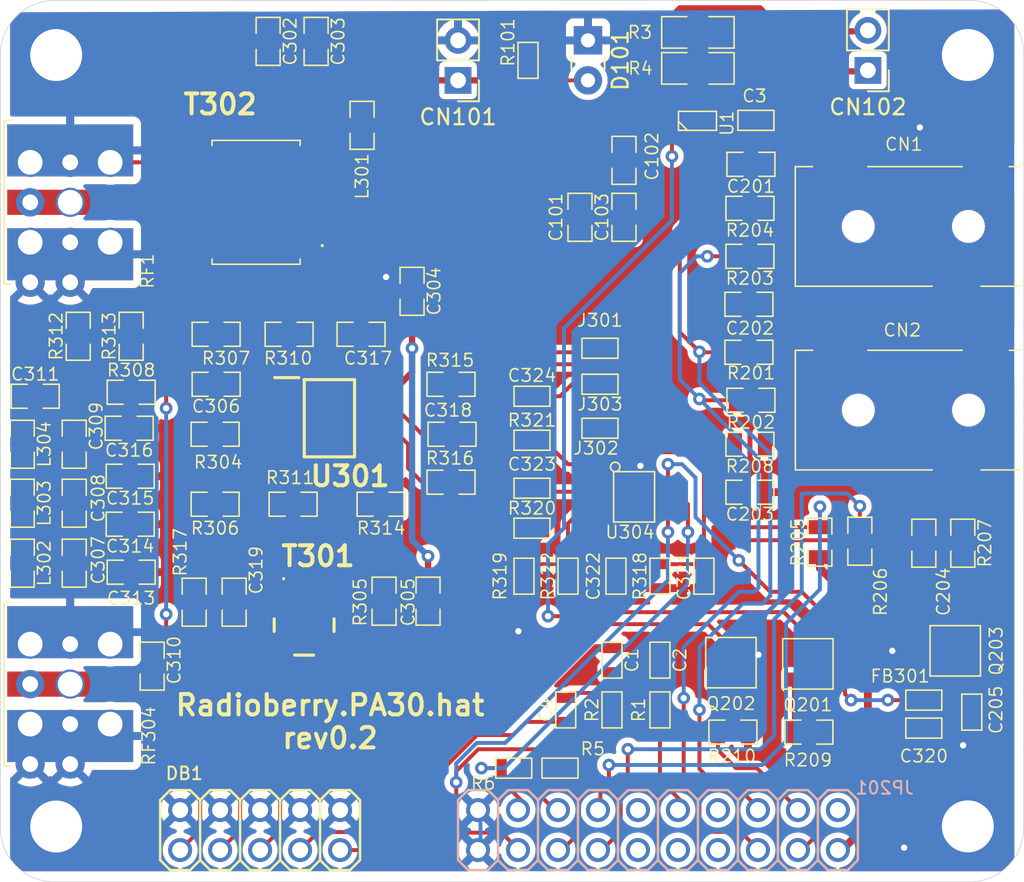
<source format=kicad_pcb>
(kicad_pcb (version 20221018) (generator pcbnew)
  (layers (0 "F.Cu" signal) (31 "B.Cu" signal) (34 "B.Paste" user) (35 "F.Paste" user) (36 "B.SilkS" user "B.Silkscreen") (37 "F.SilkS" user "F.Silkscreen") (38 "B.Mask" user) (39 "F.Mask" user) (44 "Edge.Cuts" user))
  (net 0 "")
  (net 1 "Net-(T301-PM)")
  (net 2 "GND")
  (net 3 "Net-(T301-S1)")
  (net 4 "SDA")
  (net 5 "SCL")
  (net 6 "Net-(JP201-Pad15)")
  (net 7 "Net-(JP201-Pad16)")
  (net 8 "ptt")
  (net 9 "key")
  (net 12 "Net-(JP201-Pad10)")
  (net 16 "dot")
  (net 17 "dash")
  (net 18 "rb_exttr")
  (net 19 "rb_inttr")
  (net 21 "+3V3")
  (net 22 "Net-(C306-Pad2)")
  (net 23 "+12VA")
  (net 24 "Net-(C318-Pad2)")
  (net 25 "EXTTR")
  (net 26 "Net-(CN102-P1)")
  (net 27 "/Control/Vtemp")
  (net 28 "INTTR")
  (net 29 "+12V")
  (net 30 "Net-(C318-Pad1)")
  (net 31 "Net-(C307-Pad1)")
  (net 32 "Net-(C307-Pad2)")
  (net 33 "Net-(C308-Pad2)")
  (net 34 "Net-(C309-Pad2)")
  (net 35 "Net-(C306-Pad1)")
  (net 36 "Net-(T302-PRIMARY_DOT)")
  (net 37 "Net-(C311-Pad1)")
  (net 38 "Net-(C317-Pad1)")
  (net 39 "Net-(T302-PRIMARY)")
  (net 40 "Net-(CN1-R)")
  (net 41 "Net-(CN1-T)")
  (net 42 "Net-(CN2-R)")
  (net 43 "Net-(CN2-T)")
  (net 44 "Net-(RF304-In)")
  (net 45 "Net-(C1-Pad1)")
  (net 46 "Net-(C2-Pad1)")
  (net 47 "/Control/Sidetone")
  (net 48 "Net-(U304-Vdd)")
  (net 49 "Net-(U304-AIN3)")
  (net 50 "Net-(U304-AIN2)")
  (net 51 "Net-(U304-AIN1)")
  (net 52 "Net-(U304-AIN0)")
  (net 53 "/Control/Vrev")
  (net 54 "/Control/Vfwd")
  (net 55 "Vipa")
  (net 56 "Net-(RF1-In)")
  (net 59 "Net-(T301-PR1)")
  (net 60 "Net-(T301-PR2)")
  (net 61 "Net-(U301A--)")
  (net 62 "Net-(U301A-+)")
  (net 63 "Net-(U301B-+)")
  (net 64 "Net-(U301B--)")
  (net 65 "Net-(CN102-P2)")
  (net 66 "Net-(D101-A)")
  (footprint "HERMESLITE:SMD-0603" (layer "F.Cu") (at 161.036 111.506 -90)
    (fp_text reference "C321")
    (fp_text value "4.7nF" hide)
  )
  (footprint "HERMESLITE:SMD-0805" (layer "F.Cu") (at 134.9375 106.934)
    (fp_text reference "R311")
    (fp_text value "200" hide)
  )
  (footprint "HERMESLITE:SMD-0603" (layer "F.Cu") (at 154.432 99.314)
    (fp_text reference "J303")
    (fp_text value "JNC" hide)
  )
  (footprint "HERMESLITE:m3" (layer "F.Cu") (at 177.8 127.4)
    (fp_text reference "MH4" hide)
    (fp_text value "DNI" hide)
  )
  (footprint "HERMESLITE:SMD-1206" (layer "F.Cu") (at 160.652 79.248 180)
    (fp_text reference "R4")
    (fp_text value "0.04" hide)
  )
  (footprint "HERMESLITE:CWJACK2" (layer "F.Cu") (at 177.843 100.957 180)
    (fp_text reference "CN2")
    (fp_text value "SJ-3523-SMT-TR")
  )
  (footprint "HERMESLITE:SMD-0805" (layer "F.Cu") (at 140.716 113.0935 90)
    (fp_text reference "R305")
    (fp_text value "1K" hide)
  )
  (footprint "HERMESLITE:SMD-0603" (layer "F.Cu") (at 150.114 100.076 180)
    (fp_text reference "C324")
    (fp_text value "4.7nF" hide)
  )
  (footprint "HERMESLITE:SMD-0805" (layer "F.Cu") (at 124.6505 111.252)
    (fp_text reference "C313")
    (fp_text value "82pF" hide)
  )
  (footprint "HERMESLITE:SMD-0805" (layer "F.Cu") (at 177.4825 109.4105 90)
    (fp_text reference "R207")
    (fp_text value "100" hide)
  )
  (footprint "HERMESLITE:SMD-0805" (layer "F.Cu") (at 121.285 96.266 -90)
    (fp_text reference "R312")
    (fp_text value "0" hide)
  )
  (footprint "HERMESLITE:SMD-0805" (layer "F.Cu") (at 131.191 113.157 90)
    (fp_text reference "C319")
    (fp_text value "0.1uF" hide)
  )
  (footprint "tc4-1t:TC41T" (layer "F.Cu") (at 135.636 114.62)
    (fp_text reference "T301")
    (fp_text value "TC4-1T" hide)
  )
  (footprint "HERMESLITE:PE4259" (layer "F.Cu") (at 159.99 83.566)
    (fp_text reference "U1")
    (fp_text value "INA199A1DC" hide)
  )
  (footprint "HERMESLITE:SMD-0603" (layer "F.Cu") (at 175.006 121.158)
    (fp_text reference "C320")
    (fp_text value "0.1uF" hide)
  )
  (footprint "HERMESLITE:SMD-0805" (layer "F.Cu") (at 167.7035 121.412 180)
    (fp_text reference "R209")
    (fp_text value "4.7K" hide)
  )
  (footprint "HERMESLITE:SMD-0805" (layer "F.Cu") (at 164.0205 100.33)
    (fp_text reference "R202")
    (fp_text value "2.2K" hide)
  )
  (footprint "HERMESLITE:SMD-0805" (layer "F.Cu") (at 163.957 91.186)
    (fp_text reference "R203")
    (fp_text value "100" hide)
  )
  (footprint "HERMESLITE:SOT23_3" (layer "F.Cu") (at 167.64 118.078)
    (fp_text reference "Q201")
    (fp_text value "NUD3124")
  )
  (footprint "HERMESLITE:SMAEDGE_THFULL_L" (layer "F.Cu") (at 120.777 118.364 90)
    (fp_text reference "RF304")
    (fp_text value "SMA" hide)
  )
  (footprint "HERMESLITE:SMAEDGE_THFULL_L" (layer "F.Cu") (at 120.777 87.757 90)
    (fp_text reference "RF1")
    (fp_text value "SMA" hide)
  )
  (footprint "HERMESLITE:SMD-0805" (layer "F.Cu") (at 129.9845 106.934 180)
    (fp_text reference "R306")
    (fp_text value "12" hide)
  )
  (footprint "LED_THT:LED_Rectangular_W3.0mm_H2.0mm" (layer "F.Cu") (at 153.67 77.47 -90)
    (fp_text reference "D101")
    (fp_text value "LED")
  )
  (footprint "HERMESLITE:SMD-0805" (layer "F.Cu") (at 124.587 105.156)
    (fp_text reference "C315")
    (fp_text value "100pF" hide)
  )
  (footprint "HERMESLITE:SMD-0603" (layer "F.Cu") (at 154.432 102.108)
    (fp_text reference "J302")
    (fp_text value "JNC" hide)
  )
  (footprint "HERMESLITE:SMD-0805" (layer "F.Cu") (at 121.031 106.8705 90)
    (fp_text reference "C308")
    (fp_text value "30pF" hide)
  )
  (footprint "RB:PINHEAD_2X5" (layer "F.Cu") (at 134.112 127.635)
    (fp_text reference "DB1")
    (fp_text value "IO10" hide)
  )
  (footprint "HERMESLITE:m3" (layer "F.Cu") (at 177.8 78.4)
    (fp_text reference "MH2" hide)
    (fp_text value "DNI" hide)
  )
  (footprint "HERMESLITE:SMD-0805" (layer "F.Cu") (at 125.984 117.221 -90)
    (fp_text reference "C310")
    (fp_text value "0.1uF" hide)
  )
  (footprint "HERMESLITE:SMD-0805" (layer "F.Cu") (at 175.006 109.4105 90)
    (fp_text reference "C204")
    (fp_text value "1uF" hide)
  )
  (footprint "HERMESLITE:SOT23_3" (layer "F.Cu") (at 178 116.25 90)
    (fp_text reference "Q203")
    (fp_text value "MCP9700")
  )
  (footprint "HERMESLITE:MAX11613" (layer "F.Cu") (at 156.6 106.467 -90)
    (fp_text reference "U304")
    (fp_text value "MAX11613")
  )
  (footprint "HERMESLITE:SMD-0805" (layer "F.Cu") (at 143.51 113.0935 -90)
    (fp_text reference "C305")
    (fp_text value "0.1uF" hide)
  )
  (footprint "HERMESLITE:SMD-0603" (layer "F.Cu") (at 164.338 82.55)
    (fp_text reference "C3")
    (fp_text value "0.1uF" hide)
  )
  (footprint "HERMESLITE:SMD-0805" (layer "F.Cu") (at 124.6505 99.822 180)
    (fp_text reference "R308")
    (fp_text value "0" hide)
  )
  (footprint "HERMESLITE:SMD-0603" (layer "F.Cu") (at 151.892 123.7 180)
    (fp_text reference "R5")
    (fp_text value "0" hide)
  )
  (footprint "HERMESLITE:SMD-0603" (layer "F.Cu") (at 148.954 123.7)
    (fp_text reference "R6")
    (fp_text value "0" hide)
  )
  (footprint "HERMESLITE:SMD-0805" (layer "F.Cu") (at 117.729 110.6805 90)
    (fp_text reference "L302")
    (fp_text value "160nH" hide)
  )
  (footprint "HERMESLITE:SMD-0805" (layer "F.Cu") (at 133.35 77.5335 90)
    (fp_text reference "C302")
    (fp_text value "0.1uF" hide)
  )
  (footprint "HERMESLITE:SMD-0603" (layer "F.Cu") (at 149.86 78.74 90)
    (fp_text reference "R101")
    (fp_text value "1.8k" hide)
  )
  (footprint "HERMESLITE:SMD-0805" (layer "F.Cu") (at 145.034 102.489 180)
    (fp_text reference "C318")
    (fp_text value "0.1uF" hide)
  )
  (footprint "HERMESLITE:SMD-0805" (layer "F.Cu") (at 136.398 77.5335 90)
    (fp_text reference "C303")
    (fp_text value "0.1uF" hide)
  )
  (footprint "HERMESLITE:SMD-0805" (layer "F.Cu") (at 153.162 88.7095 -90)
    (fp_text reference "C101")
    (fp_text value "10pF" hide)
  )
  (footprint "HERMESLITE:SMD-0805" (layer "F.Cu") (at 155.956 88.7095 -90)
    (fp_text reference "C103")
    (fp_text value "10uF" hide)
  )
  (footprint "HERMESLITE:SMD-0805" (layer "F.Cu") (at 163.957 88.138)
    (fp_text reference "R204")
    (fp_text value "100" hide)
  )
  (footprint "HERMESLITE:SMD-0805" (layer "F.Cu") (at 134.6835 96.139 180)
    (fp_text reference "R310")
    (fp_text value "300" hide)
  )
  (footprint "HERMESLITE:SMD-0805" (layer "F.Cu") (at 121.031 103.124 90)
    (fp_text reference "C309")
    (fp_text value "20pF" hide)
  )
  (footprint "HERMESLITE:SMD-0603" (layer "F.Cu") (at 178.054 120.142 -90)
    (fp_text reference "C205")
    (fp_text value "0.1uF" hide)
  )
  (footprint "HERMESLITE:SMD-0805" (layer "F.Cu") (at 139.2555 96.139)
    (fp_text reference "C317")
    (fp_text value "0.1uF" hide)
  )
  (footprint "HERMESLITE:SMD-0805" (layer "F.Cu") (at 128.651 113.157 -90)
    (fp_text reference "R317")
    (fp_text value "1K" hide)
  )
  (footprint "HERMESLITE:SMD-0805" (layer "F.Cu") (at 121.031 110.6805 90)
    (fp_text reference "C307")
    (fp_text value "5.6pF" hide)
  )
  (footprint "HERMESLITE:SMD-0603" (layer "F.Cu") (at 154.432 97.028 180)
    (fp_text reference "J301")
    (fp_text value "JNC" hide)
  )
  (footprint "HERMESLITE:SMD-0805" (layer "F.Cu") (at 130.048 96.139)
    (fp_text reference "R307")
    (fp_text value "4R99" hide)
  )
  (footprint "HERMESLITE:SMD-1206" (layer "F.Cu") (at 160.652 76.962 180)
    (fp_text reference "R3")
    (fp_text value "0.04" hide)
  )
  (footprint "OPA2674:SOIC127P600X175-8N" (layer "F.Cu") (at 137.243 101.473)
    (fp_text reference "U301")
    (fp_text value "OPA2674" hide)
  )
  (footprint "HERMESLITE:SMD-0805" (layer "F.Cu") (at 163.8935 94.234 180)
    (fp_text reference "C202")
    (fp_text value "1uF" hide)
  )
  (footprint "HERMESLITE:SMD-0603" (layer "F.Cu") (at 158.242 111.506 90)
    (fp_text reference "R318")
    (fp_text value "1K" hide)
  )
  (footprint "Connector_PinHeader_2.54mm:PinHeader_1x02_P2.54mm_Vertical" (layer "F.Cu") (at 145.415 80.01 180)
    (fp_text reference "CN101")
    (fp_text value "PS" hide)
  )
  (footprint "HERMESLITE:SMD-0603" (layer "F.Cu") (at 152.258 120.002 -90)
    (fp_text reference "C4")
    (fp_text value "104" hide)
  )
  (footprint "HERMESLITE:CWJACK2" (layer "F.Cu") (at 177.838 89.289 180)
    (fp_text reference "CN1")
    (fp_text value "SJ-3523-SMT-TR" hide)
  )
  (footprint "HERMESLITE:SMD-0603" (layer "F.Cu") (at 150.114 102.87)
    (fp_text reference "R321")
    (fp_text value "1K" hide)
  )
  (footprint "HERMESLITE:SMD-0805" (layer "F.Cu") (at 118.5545 100.076 180)
    (fp_text reference "C311")
    (fp_text value "0.1uF" hide)
  )
  (footprint "HERMESLITE:SMD-0805" (layer "F.Cu") (at 163.8935 97.282)
    (fp_text reference "R201")
    (fp_text value "2.2K" hide)
  )
  (footprint "HERMESLITE:SMD-0805" (layer "F.Cu") (at 124.6505 96.266 -90)
    (fp_text reference "R313")
    (fp_text value "0" hide)
  )
  (footprint "HERMESLITE:SMD-0603" (layer "F.Cu") (at 175.006 119.38 180)
    (fp_text reference "FB301")
    (fp_text value "FB" hide)
  )
  (footprint "HERMESLITE:SMD-0805" (layer "F.Cu") (at 117.729 103.124 90)
    (fp_text reference "L304")
    (fp_text value "130nH" hide)
  )
  (footprint "Connector_PinHeader_2.54mm:PinHeader_1x02_P2.54mm_Vertical" (layer "F.Cu") (at 171.45 79.375 180)
    (fp_text reference "CN102")
    (fp_text value "PS" hide)
  )
  (footprint "HERMESLITE:SMD-0603" (layer "F.Cu") (at 150.114 105.918 180)
    (fp_text reference "C323")
    (fp_text value "4.7nF" hide)
  )
  (footprint "HERMESLITE:SMD-0805" (layer "F.Cu") (at 129.9845 102.489 180)
    (fp_text reference "R304")
    (fp_text value "510" hide)
  )
  (footprint "HERMESLITE:SMD-0805" (layer "F.Cu") (at 144.9705 99.314 180)
    (fp_text reference "R315")
    (fp_text value "4R99" hide)
  )
  (footprint "HERMESLITE:m3" (layer "F.Cu") (at 119.888 78.4)
    (fp_text reference "MH1" hide)
    (fp_text value "DNI" hide)
  )
  (footprint "HERMESLITE:m3" (layer "F.Cu") (at 119.888 127.41)
    (fp_text reference "MH3" hide)
    (fp_text value "DNI" hide)
  )
  (footprint "HERMESLITE:SMD-0603" (layer "F.Cu") (at 155.448 111.506 -90)
    (fp_text reference "C322")
    (fp_text value "4.7nF" hide)
  )
  (footprint "HERMESLITE:SMD-0805" (layer "F.Cu") (at 142.494 93.4085 90)
    (fp_text reference "C304")
    (fp_text value "0.1uF" hide)
  )
  (footprint "HERMESLITE:SMD-0805" (layer "F.Cu") (at 170.942 109.2835 -90)
    (fp_text reference "R206")
    (fp_text value "2.2K" hide)
  )
  (footprint "HERMESLITE:SMD-0805" (layer "F.Cu") (at 124.5235 102.108)
    (fp_text reference "C316")
    (fp_text value "68pF" hide)
  )
  (footprint "HERMESLITE:SMD-0805" (layer "F.Cu") (at 162.8775 121.412 180)
    (fp_text reference "R210")
    (fp_text value "4.7K" hide)
  )
  (footprint "HERMESLITE:SMD-0603" (layer "F.Cu") (at 158.242 116.84 90)
    (fp_text reference "C2")
    (fp_text value "104" hide)
  )
  (footprint "HERMESLITE:SMD-0805" (layer "F.Cu") (at 140.5255 106.934)
    (fp_text reference "R314")
    (fp_text value "12" hide)
  )
  (footprint "HERMESLITE:SMD-0805" (layer "F.Cu") (at 164.0205 85.344)
    (fp_text reference "C201")
    (fp_text value "1uF" hide)
  )
  (footprint "HERMESLITE:SMD-0805" (layer "F.Cu") (at 117.729 106.8705 90)
    (fp_text reference "L303")
    (fp_text value "130nH" hide)
  )
  (footprint "HERMESLITE:SMD-0805" (layer "F.Cu") (at 124.587 108.204)
    (fp_text reference "C314")
    (fp_text value "110pF" hide)
  )
  (footprint "HERMESLITE:SOT23_3" (layer "F.Cu") (at 162.75 118)
    (fp_text reference "Q202")
    (fp_text value "NUD3124")
  )
  (footprint "HERMESLITE:SMD-0603" (layer "F.Cu") (at 155.194 120.002 -90)
    (fp_text reference "R2")
    (fp_text value "560" hide)
  )
  (footprint "HERMESLITE:SMD-0805" (layer "F.Cu") (at 144.9705 105.537 180)
    (fp_text reference "R316")
    (fp_text value "510" hide)
  )
  (footprint "HERMESLITE:SMD-0603" (layer "F.Cu") (at 158.242 120.002 -90)
    (fp_text reference "R1")
    (fp_text value "560" hide)
  )
  (footprint "HERMESLITE:SMD-0805" (layer "F.Cu") (at 168.402 109.347 -90)
    (fp_text reference "R205")
    (fp_text value "2.2K" hide)
  )
  (footprint "HERMESLITE:SMD-0805" (layer "F.Cu") (at 163.957 103.124)
    (fp_text reference "R208")
    (fp_text value "100" hide)
  )
  (footprint "HERMESLITE:SMD-0603" (layer "F.Cu") (at 150.114 108.458)
    (fp_text reference "R320")
    (fp_text value "1K" hide)
  )
  (footprint "HERMESLITE:SMD-0603" (layer "F.Cu") (at 149.606 111.506 90)
    (fp_text reference "R319")
    (fp_text value "1K" hide)
  )
  (footprint "HERMESLITE:SMD-0805" (layer "F.Cu") (at 163.957 106.172)
    (fp_text reference "C203")
    (fp_text value "1uF" hide)
  )
  (footprint "HERMESLITE:SMD-0603" (layer "F.Cu") (at 152.4 111.506 -90)
    (fp_text reference "R322")
    (fp_text value "270" hide)
  )
  (footprint "HERMESLITE:SMD-0805" (layer "F.Cu") (at 139.319 82.8675 -90)
    (fp_text reference "L301")
    (fp_text value "L_Small" hide)
  )
  (footprint "ADT1.5-1+:ADT151" (layer "F.Cu") (at 132.588 87.757 90)
    (fp_text reference "T302")
    (fp_text value "ADT1.5-1+" hide)
  )
  (footprint "HERMESLITE:SMD-0603" (layer "F.Cu") (at 155.194 116.84 90)
    (fp_text reference "C1")
    (fp_text value "104" hide)
  )
  (footprint "HERMESLITE:SMD-0805" (layer "F.Cu") (at 130.048 99.314)
    (fp_text reference "C306")
    (fp_text value "0.1uF" hide)
  )
  (footprint "HERMESLITE:SMD-0805" (layer "F.Cu") (at 155.956 85.09 -90)
    (fp_text reference "C102")
    (fp_text value "100pF" hide)
  )
  (footprint "pin2x10:PINHEAD_2X10" (layer "B.Cu") (at 158.115 127.635 180)
    (fp_text reference "JP201")
    (fp_text value "FEMALE_PINHEAD_PINHD-2X10" hide)
  )
  (gr_line (start 181.356 78.359) (end 181.356 89.408) (stroke (width 0.05)) (layer "Edge.Cuts"))
  (gr_line (start 181.356 89.408) (end 181.344331 127.496331) (stroke (width 0.05)) (layer "Edge.Cuts"))
  (gr_arc (start 181.344331 127.496331) (mid 180.34 129.921) (end 177.915331 130.925331) (stroke (width 0.05)) (layer "Edge.Cuts"))
  (gr_arc (start 119.772669 130.925331) (mid 117.348 129.921) (end 116.343669 127.496331) (stroke (width 0.05)) (layer "Edge.Cuts"))
  (gr_line (start 177.915331 130.925331) (end 119.772669 130.925331) (stroke (width 0.05)) (layer "Edge.Cuts"))
  (gr_arc (start 116.343669 78.370669) (mid 117.348 75.946) (end 119.772669 74.941669) (stroke (width 0.05)) (layer "Edge.Cuts"))
  (gr_line (start 116.343669 127.496331) (end 116.343669 78.370669) (stroke (width 0.05)) (layer "Edge.Cuts"))
  (gr_arc (start 178.053913 74.932349) (mid 180.396132 75.979624) (end 181.356 78.359) (stroke (width 0.05)) (layer "Edge.Cuts"))
  (gr_line (start 119.772669 74.941669) (end 178.054 74.93) (stroke (width 0.05)) (layer "Edge.Cuts"))
  (gr_text "Radioberry.PA30.hat\nrev0.2" (at 137.287 122.555) (layer "F.SilkS") (effects (font (size 1.3 1.3) (thickness 0.25) bold) (justify bottom)))
  (segment (start 138.684 114.808) (end 139.446 114.046) (width 0.25) (layer "F.Cu") (net 1))
  (segment (start 135.636 114.554) (end 135.636 113.03) (width 0.25) (layer "F.Cu") (net 1))
  (segment (start 132.334 114.173) (end 132.2705 114.1095) (width 0.25) (layer "F.Cu") (net 1))
  (segment (start 135.636 114.554) (end 135.89 114.808) (width 0.25) (layer "F.Cu") (net 1))
  (segment (start 135.382 114.808) (end 135.636 114.554) (width 0.25) (layer "F.Cu") (net 1))
  (segment (start 132.2705 114.1095) (end 128.27 114.1095) (width 0.25) (layer "F.Cu") (net 1))
  (segment (start 139.446 114.046) (end 140.716 114.046) (width 0.25) (layer "F.Cu") (net 1))
  (segment (start 132.969 114.808) (end 135.382 114.808) (width 0.25) (layer "F.Cu") (net 1))
  (segment (start 132.334 114.173) (end 132.969 114.808) (width 0.25) (layer "F.Cu") (net 1))
  (segment (start 135.89 114.808) (end 138.684 114.808) (width 0.25) (layer "F.Cu") (net 1))
  (segment (start 175.1 127.4) (end 177.8 127.4) (width 0.25) (layer "F.Cu") (net 2))
  (segment (start 120.777 85.217) (end 125.093 85.217) (width 0.25) (layer "F.Cu") (net 2))
  (segment (start 178.054 120.904) (end 178.054 121.946) (width 0.25) (layer "F.Cu") (net 2))
  (segment (start 120.777 85.215) (end 125.095 85.215) (width 0.25) (layer "F.Cu") (net 2))
  (segment (start 142.494 92.456) (end 140.97 92.456) (width 0.25) (layer "F.Cu") (net 2))
  (segment (start 178.054 121.946) (end 177.75 122.25) (width 0.25) (layer "F.Cu") (net 2))
  (segment (start 163.7 118) (end 163.7 117.3) (width 0.25) (layer "F.Cu") (net 2))
  (segment (start 163.7 117.3) (end 164.5 116.5) (width 0.25) (layer "F.Cu") (net 2))
  (segment (start 130.046 85.215) (end 130.048 85.217) (width 0.25) (layer "F.Cu") (net 2))
  (segment (start 176 116.25) (end 173 116.25) (width 0.25) (layer "F.Cu") (net 2))
  (segment (start 157.392 106.142) (end 157 105.75) (width 0.25) (layer "F.Cu") (net 2))
  (segment (start 125.222 85.215) (end 130.046 85.215) (width 0.25) (layer "F.Cu") (net 2))
  (segment (start 149.606 112.268) (end 149.606 113.394) (width 0.25) (layer "F.Cu") (net 2))
  (segment (start 158.75 106.142) (end 157.392 106.142) (width 0.25) (layer "F.Cu") (net 2))
  (segment (start 157 105.75) (end 157 104.5) (width 0.25) (layer "F.Cu") (net 2))
  (segment (start 149.606 113.394) (end 149.25 113.75) (width 0.25) (layer "F.Cu") (net 2))
  (segment (start 149.25 113.75) (end 149.25 115) (width 0.25) (layer "F.Cu") (net 2))
  (segment (start 177.75 122.25) (end 177.5 122.25) (width 0.25) (layer "F.Cu") (net 2))
  (segment (start 125.093 85.217) (end 125.095 85.215) (width 0.25) (layer "F.Cu") (net 2))
  (via (at 173.75 128.75) (size 0.8) (drill 0.4) (layers "F.Cu" "B.Cu") (net 2))
  (via (at 140.843 92.5) (size 0.8) (drill 0.4) (layers "F.Cu" "B.Cu") (net 2))
  (via (at 164.5 116.5) (size 0.8) (drill 0.4) (layers "F.Cu" "B.Cu") (net 2))
  (via (at 149.25 115) (size 0.8) (drill 0.4) (layers "F.Cu" "B.Cu") (net 2))
  (via (at 174.75 83) (size 0.8) (drill 0.4) (layers "F.Cu" "B.Cu") (net 2))
  (via (at 177.5 122.25) (size 0.8) (drill 0.4) (layers "F.Cu" "B.Cu") (net 2))
  (via (at 173 116.25) (size 0.8) (drill 0.4) (layers "F.Cu" "B.Cu") (net 2))
  (via (at 157 104.5) (size 0.8) (drill 0.4) (layers "F.Cu" "B.Cu") (net 2))
  (segment (start 175.1 127.4) (end 173.75 128.75) (width 0.25) (layer "B.Cu") (net 2))
  (segment (start 174.75 81.25) (end 174.75 83) (width 0.25) (layer "B.Cu") (net 2))
  (segment (start 146.84 126.46) (end 146.84 129) (width 0.25) (layer "B.Cu") (net 2))
  (segment (start 177.8 78.4) (end 174.95 81.25) (width 0.25) (layer "B.Cu") (net 2))
  (segment (start 177.8 127.4) (end 175.1 127.4) (width 0.25) (layer "B.Cu") (net 2))
  (segment (start 174.95 81.25) (end 174.75 81.25) (width 0.25) (layer "B.Cu") (net 2))
  (segment (start 124.6505 97.2185) (end 124.6505 97.8535) (width 0.25) (layer "F.Cu") (net 3))
  (segment (start 126.619 99.822) (end 125.603 99.822) (width 0.25) (layer "F.Cu") (net 3))
  (segment (start 126.873 100.076) (end 126.873 100.838) (width 0.25) (layer "F.Cu") (net 3))
  (segment (start 126.873 100.076) (end 126.619 99.822) (width 0.25) (layer "F.Cu") (net 3))
  (segment (start 134.366 116.21) (end 128.27 116.21) (width 0.25) (layer "F.Cu") (net 3))
  (segment (start 127.894 116.21) (end 126.873 115.189) (width 0.25) (layer "F.Cu") (net 3))
  (segment (start 125.603 98.806) (end 125.603 99.822) (width 0.25) (layer "F.Cu") (net 3))
  (segment (start 128.27 116.21) (end 127.894 116.21) (width 0.25) (layer "F.Cu") (net 3))
  (segment (start 124.6505 97.8535) (end 125.603 98.806) (width 0.25) (layer "F.Cu") (net 3))
  (segment (start 126.873 113.853) (end 126.873 115.001) (width 0.25) (layer "F.Cu") (net 3))
  (segment (start 126.873 115.189) (end 126.873 114.935) (width 0.25) (layer "F.Cu") (net 3))
  (via (at 126.873 113.919) (size 0.8) (drill 0.4) (layers "F.Cu" "B.Cu") (net 3))
  (via (at 126.873 100.838) (size 0.8) (drill 0.4) (layers "F.Cu" "B.Cu") (net 3))
  (segment (start 126.873 101.092) (end 126.873 113.919) (width 0.25) (layer "B.Cu") (net 3))
  (segment (start 127.127 100.838) (end 126.873 101.092) (width 0.25) (layer "B.Cu") (net 3))
  (segment (start 149.38 125.696) (end 148.192 124.508) (width 0.25) (layer "F.Cu") (net 4))
  (segment (start 160.02 106.934) (end 160.02 108.712) (width 0.25) (layer "F.Cu") (net 4))
  (segment (start 148.192 124.508) (end 148.192 123.444) (width 0.25) (layer "F.Cu") (net 4))
  (segment (start 149.38 126.46) (end 149.38 125.696) (width 0.25) (layer "F.Cu") (net 4))
  (segment (start 159.878 106.792) (end 160.02 106.934) (width 0.25) (layer "F.Cu") (net 4))
  (segment (start 158.75 106.792) (end 159.878 106.792) (width 0.25) (layer "F.Cu") (net 4))
  (segment (start 148.192 123.7) (end 146.9 123.7) (width 0.25) (layer "F.Cu") (net 4))
  (via (at 160.02 108.712) (size 0.8) (drill 0.4) (layers "F.Cu" "B.Cu") (net 4))
  (via (at 146.9 123.7) (size 0.8) (drill 0.4) (layers "F.Cu" "B.Cu") (net 4))
  (segment (start 146.9 123.7) (end 148.334 123.7) (width 0.25) (layer "B.Cu") (net 4))
  (segment (start 148.334 123.7) (end 160.02 112.014) (width 0.25) (layer "B.Cu") (net 4))
  (segment (start 160.02 112.014) (end 160.02 108.712) (width 0.25) (layer "B.Cu") (net 4))
  (segment (start 145.3 124.6) (end 145.3 123.9) (width 0.25) (layer "F.Cu") (net 5))
  (segment (start 149.38 129) (end 148.2 127.82) (width 0.25) (layer "F.Cu") (net 5))
  (segment (start 146.7 122.5) (end 150.6 122.5) (width 0.25) (layer "F.Cu") (net 5))
  (segment (start 145.3 123.9) (end 146.7 122.5) (width 0.25) (layer "F.Cu") (net 5))
  (segment (start 158.75 107.442) (end 158.75 108.712) (width 0.25) (layer "F.Cu") (net 5))
  (segment (start 148.2 127.8) (end 146 127.8) (width 0.25) (layer "F.Cu") (net 5))
  (segment (start 148.2 127.82) (end 148.2 127.8) (width 0.25) (layer "F.Cu") (net 5))
  (segment (start 150.6 122.5) (end 151.13 123.03) (width 0.25) (layer "F.Cu") (net 5))
  (segment (start 146 127.8) (end 145.3 127.1) (width 0.25) (layer "F.Cu") (net 5))
  (segment (start 145.3 127.1) (end 145.3 124.6) (width 0.25) (layer "F.Cu") (net 5))
  (segment (start 151.13 123.03) (end 151.13 123.7) (width 0.25) (layer "F.Cu") (net 5))
  (via (at 158.75 108.712) (size 0.8) (drill 0.4) (layers "F.Cu" "B.Cu") (net 5))
  (via (at 145.3 124.6) (size 0.8) (drill 0.4) (layers "F.Cu" "B.Cu") (net 5))
  (segment (start 145.3 123.4) (end 146.6 122.1) (width 0.25) (layer "B.Cu") (net 5))
  (segment (start 146.6 122.1) (end 148.41 122.1) (width 0.25) (layer "B.Cu") (net 5))
  (segment (start 148.41 122.1) (end 158.75 111.76) (width 0.25) (layer "B.Cu") (net 5))
  (segment (start 158.75 111.76) (end 158.75 108.712) (width 0.25) (layer "B.Cu") (net 5))
  (segment (start 145.3 124.6) (end 145.3 123.4) (width 0.25) (layer "B.Cu") (net 5))
  (segment (start 153.1 125.6) (end 153.1 127.82) (width 0.25) (layer "F.Cu") (net 6))
  (segment (start 153.1 127.82) (end 151.92 129) (width 0.25) (layer "F.Cu") (net 6))
  (segment (start 152.654 125.154) (end 153.1 125.6) (width 0.25) (layer "F.Cu") (net 6))
  (segment (start 152.654 123.7) (end 152.654 125.154) (width 0.25) (layer "F.Cu") (net 6))
  (segment (start 149.716 123.7) (end 149.716 124.512) (width 0.25) (layer "F.Cu") (net 7))
  (segment (start 149.716 123.1285) (end 149.716 123.7) (width 0.25) (layer "F.Cu") (net 7))
  (segment (start 149.716 124.256) (end 149.716 124.516) (width 0.25) (layer "F.Cu") (net 7))
  (segment (start 151.66 126.46) (end 151.92 126.46) (width 0.25) (layer "F.Cu") (net 7))
  (segment (start 149.716 124.516) (end 151.66 126.46) (width 0.25) (layer "F.Cu") (net 7))
  (segment (start 168.5 107) (end 168.402 107.098) (width 0.25) (layer "F.Cu") (net 8))
  (segment (start 168.402 108.3945) (end 168.402 107.098) (width 0.25) (layer "F.Cu") (net 8))
  (segment (start 163.8935 108.3945) (end 168.402 108.3945) (width 0.25) (layer "F.Cu") (net 8))
  (segment (start 163.0045 107.6325) (end 163.83 108.458) (width 0.25) (layer "F.Cu") (net 8))
  (segment (start 163.83 108.458) (end 163.8935 108.3945) (width 0.25) (layer "F.Cu") (net 8))
  (segment (start 163.0045 103.124) (end 163.0045 106.172) (width 0.25) (layer "F.Cu") (net 8))
  (segment (start 154.46 125.29) (end 155 124.75) (width 0.25) (layer "F.Cu") (net 8))
  (segment (start 163.0045 106.172) (end 163.0045 107.6325) (width 0.25) (layer "F.Cu") (net 8))
  (segment (start 155 124.75) (end 155 123.5) (width 0.25) (layer "F.Cu") (net 8))
  (segment (start 154.46 126.46) (end 154.46 125.29) (width 0.25) (layer "F.Cu") (net 8))
  (via (at 155 123.5) (size 0.8) (drill 0.4) (layers "F.Cu" "B.Cu") (net 8))
  (via (at 168.402 107.098) (size 0.8) (drill 0.4) (layers "F.Cu" "B.Cu") (net 8))
  (segment (start 168.402 112.348) (end 168.402 107.098) (width 0.25) (layer "B.Cu") (net 8))
  (segment (start 155 123.5) (end 164.75 123.5) (width 0.25) (layer "B.Cu") (net 8))
  (segment (start 164.75 123.5) (end 166.25 122) (width 0.25) (layer "B.Cu") (net 8))
  (segment (start 166.25 114.5) (end 168.402 112.348) (width 0.25) (layer "B.Cu") (net 8))
  (segment (start 166.25 122) (end 166.25 114.5) (width 0.25) (layer "B.Cu") (net 8))
  (segment (start 155.75 125.35) (end 156.2 124.9) (width 0.25) (layer "F.Cu") (net 9))
  (segment (start 175.006 110.363) (end 174.117 109.474) (width 0.25) (layer "F.Cu") (net 9))
  (segment (start 156.2 124.9) (end 156.2 122.5) (width 0.25) (layer "F.Cu") (net 9))
  (segment (start 155.75 127.71) (end 155.75 125.35) (width 0.25) (layer "F.Cu") (net 9))
  (segment (start 170.8785 108.2675) (end 170.942 108.331) (width 0.25) (layer "F.Cu") (net 9))
  (segment (start 175.006 110.363) (end 177.4825 110.363) (width 0.25) (layer "F.Cu") (net 9))
  (segment (start 154.46 129) (end 155.75 127.71) (width 0.25) (layer "F.Cu") (net 9))
  (segment (start 170.942 108.331) (end 170.942 107.058) (width 0.25) (layer "F.Cu") (net 9))
  (segment (start 171 107) (end 170.942 107.058) (width 0.25) (layer "F.Cu") (net 9))
  (segment (start 174.117 109.474) (end 173.736 109.474) (width 0.25) (layer "F.Cu") (net 9))
  (segment (start 173.736 109.474) (end 172.593 108.331) (width 0.25) (layer "F.Cu") (net 9))
  (segment (start 172.593 108.331) (end 170.942 108.331) (width 0.25) (layer "F.Cu") (net 9))
  (via (at 156.2 122.5) (size 0.8) (drill 0.4) (layers "F.Cu" "B.Cu") (net 9))
  (via (at 170.942 107.058) (size 0.8) (drill 0.4) (layers "F.Cu" "B.Cu") (net 9))
  (segment (start 165.5 121.625) (end 165.5 114.25) (width 0.25) (layer "B.Cu") (net 9))
  (segment (start 164.625 122.5) (end 165.5 121.625) (width 0.25) (layer "B.Cu") (net 9))
  (segment (start 170.134 106.25) (end 170.942 107.058) (width 0.25) (layer "B.Cu") (net 9))
  (segment (start 165.5 114.25) (end 167.25 112.5) (width 0.25) (layer "B.Cu") (net 9))
  (segment (start 167.25 112.5) (end 167.25 106.25) (width 0.25) (layer "B.Cu") (net 9))
  (segment (start 167.25 106.25) (end 170.134 106.25) (width 0.25) (layer "B.Cu") (net 9))
  (segment (start 156.2 122.5) (end 164.625 122.5) (width 0.25) (layer "B.Cu") (net 9))
  (segment (start 159.54 126.46) (end 159.54 125.74) (width 0.25) (layer "F.Cu") (net 12))
  (segment (start 158.242 124.442) (end 158.242 124.242) (width 0.25) (layer "F.Cu") (net 12))
  (segment (start 159.54 125.74) (end 158.242 124.442) (width 0.25) (layer "F.Cu") (net 12))
  (segment (start 158.242 120.764) (end 158.242 124.242) (width 0.25) (layer "F.Cu") (net 12))
  (segment (start 160.862 88.138) (end 159.5 89.5) (width 0.25) (layer "F.Cu") (net 16))
  (segment (start 164.62 126.37) (end 163 124.75) (width 0.25) (layer "F.Cu") (net 16))
  (segment (start 163.0045 88.138) (end 160.862 88.138) (width 0.25) (layer "F.Cu") (net 16))
  (segment (start 162.941 97.282) (end 160.782 97.282) (width 0.25) (layer "F.Cu") (net 16))
  (segment (start 159.5 96) (end 160.75 97.25) (width 0.25) (layer "F.Cu") (net 16))
  (segment (start 159.5 89.5) (end 159.5 96) (width 0.25) (layer "F.Cu") (net 16))
  (segment (start 160.75 123.75) (end 160.75 120) (width 0.25) (layer "F.Cu") (net 16))
  (segment (start 164.62 126.46) (end 164.62 126.37) (width 0.25) (layer "F.Cu") (net 16))
  (segment (start 163.068 85.344) (end 163.068 88.0745) (width 0.25) (layer "F.Cu") (net 16))
  (segment (start 163 124.75) (end 161.75 124.75) (width 0.25) (layer "F.Cu") (net 16))
  (segment (start 160.782 97.282) (end 160.75 97.25) (width 0.25) (layer "F.Cu") (net 16))
  (segment (start 161.75 124.75) (end 160.75 123.75) (width 0.25) (layer "F.Cu") (net 16))
  (segment (start 163.068 88.0745) (end 163.0045 88.138) (width 0.25) (layer "F.Cu") (net 16))
  (via (at 160.75 120) (size 0.8) (drill 0.4) (layers "F.Cu" "B.Cu") (net 16))
  (via (at 160.75 97.25) (size 0.8) (drill 0.4) (layers "F.Cu" "B.Cu") (net 16))
  (segment (start 165.25 112.75) (end 165.25 103.724695) (width 0.25) (layer "B.Cu") (net 16))
  (segment (start 164.75 113.25) (end 165.25 112.75) (width 0.25) (layer "B.Cu") (net 16))
  (segment (start 160.75 116) (end 163.5 113.25) (width 0.25) (layer "B.Cu") (net 16))
  (segment (start 163.5 113.25) (end 164.75 113.25) (width 0.25) (layer "B.Cu") (net 16))
  (segment (start 160.75 120) (end 160.75 116) (width 0.25) (layer "B.Cu") (net 16))
  (segment (start 165.25 103.724695) (end 160.75 99.224695) (width 0.25) (layer "B.Cu") (net 16))
  (segment (start 160.75 99.224695) (end 160.75 97.25) (width 0.25) (layer "B.Cu") (net 16))
  (segment (start 160.83 100.33) (end 160.75 100.25) (width 0.25) (layer "F.Cu") (net 17))
  (segment (start 161.25 91.186) (end 163.0045 91.186) (width 0.25) (layer "F.Cu") (net 17))
  (segment (start 163.37 127.75) (end 161.25 127.75) (width 0.25) (layer "F.Cu") (net 17))
  (segment (start 163.0045 92.3925) (end 164.846 94.234) (width 0.25) (layer "F.Cu") (net 17))
  (segment (start 164.62 129) (end 163.37 127.75) (width 0.25) (layer "F.Cu") (net 17))
  (segment (start 163.068 100.33) (end 160.83 100.33) (width 0.25) (layer "F.Cu") (net 17))
  (segment (start 163.0045 91.186) (end 163.0045 92.3925) (width 0.25) (layer "F.Cu") (net 17))
  (segment (start 160.75 127.25) (end 160.75 125.75) (width 0.25) (layer "F.Cu") (net 17))
  (segment (start 160.75 125.75) (end 159.75 124.75) (width 0.25) (layer "F.Cu") (net 17))
  (segment (start 161.25 127.75) (end 160.75 127.25) (width 0.25) (layer "F.Cu") (net 17))
  (segment (start 159.75 124.75) (end 159.75 119.25) (width 0.25) (layer "F.Cu") (net 17))
  (via (at 161.25 91.186) (size 0.8) (drill 0.4) (layers "F.Cu" "B.Cu") (net 17))
  (via (at 160.75 100.25) (size 0.8) (drill 0.4) (layers "F.Cu" "B.Cu") (net 17))
  (via (at 159.75 119.25) (size 0.8) (drill 0.4) (layers "F.Cu" "B.Cu") (net 17))
  (segment (start 160.564 91.186) (end 161.25 91.186) (width 0.25) (layer "B.Cu") (net 17))
  (segment (start 159.5 92.25) (end 160.564 91.186) (width 0.25) (layer "B.Cu") (net 17))
  (segment (start 159.75 116) (end 163.25 112.5) (width 0.25) (layer "B.Cu") (net 17))
  (segment (start 164.25 112.5) (end 164.5 112.25) (width 0.25) (layer "B.Cu") (net 17))
  (segment (start 160.75 100.25) (end 159.5 99) (width 0.25) (layer "B.Cu") (net 17))
  (segment (start 159.75 119.25) (end 159.75 116) (width 0.25) (layer "B.Cu") (net 17))
  (segment (start 164.5 104) (end 160.75 100.25) (width 0.25) (layer "B.Cu") (net 17))
  (segment (start 163.25 112.5) (end 164.25 112.5) (width 0.25) (layer "B.Cu") (net 17))
  (segment (start 164.5 112.25) (end 164.5 104) (width 0.25) (layer "B.Cu") (net 17))
  (segment (start 159.5 99) (end 159.5 92.25) (width 0.25) (layer "B.Cu") (net 17))
  (segment (start 164.398 123.698) (end 163.068 123.698) (width 0.25) (layer "F.Cu") (net 18))
  (segment (start 167.16 126.46) (end 164.398 123.698) (width 0.25) (layer "F.Cu") (net 18))
  (segment (start 163.068 123.698) (end 161.925 122.555) (width 0.25) (layer "F.Cu") (net 18))
  (segment (start 161.925 122.555) (end 161.925 121.412) (width 0.25) (layer "F.Cu") (net 18))
  (segment (start 161.925 121.412) (end 161.925 118.125) (width 0.25) (layer "F.Cu") (net 18))
  (segment (start 161.925 118.125) (end 161.8 118) (width 0.25) (layer "F.Cu") (net 18))
  (segment (start 166.751 121.412) (end 166.751 118.139) (width 0.25) (layer "F.Cu") (net 19))
  (segment (start 168.3 125.7) (end 168.3 127.86) (width 0.25) (layer "F.Cu") (net 19))
  (segment (start 168.3 127.86) (end 167.16 129) (width 0.25) (layer "F.Cu") (net 19))
  (segment (start 166.751 121.412) (end 166.751 124.151) (width 0.25) (layer "F.Cu") (net 19))
  (segment (start 166.751 118.139) (end 166.69 118.078) (width 0.25) (layer "F.Cu") (net 19))
  (segment (start 166.751 124.151) (end 168.3 125.7) (width 0.25) (layer "F.Cu") (net 19))
  (segment (start 171.45 127.25) (end 169.7 129) (width 0.5) (layer "F.Cu") (net 21))
  (segment (start 171.45 117.602) (end 171.958 118.11) (width 0.5) (layer "F.Cu") (net 21))
  (segment (start 170.8785 110.2995) (end 170.942 110.236) (width 0.5) (layer "F.Cu") (net 21))
  (segment (start 178 119.326) (end 178.054 119.38) (width 0.25) (layer "F.Cu") (net 21))
  (segment (start 164.973 97.409) (end 164.846 97.282) (width 0.25) (layer "F.Cu") (net 21))
  (segment (start 166.5 98.803) (end 166.5 96.75) (width 0.25) (layer "F.Cu") (net 21))
  (segment (start 171.45 123.5) (end 171.45 127.25) (width 0.5) (layer "F.Cu") (net 21))
  (segment (start 164.973 100.33) (end 166.5 98.803) (width 0.25) (layer "F.Cu") (net 21))
  (segment (start 164.973 100.33) (end 164.973 97.409) (width 0.25) (layer "F.Cu") (net 21))
  (segment (start 174 95.5) (end 175 96.5) (width 0.25) (layer "F.Cu") (net 21))
  (segment (start 171.45 117.602) (end 171.45 114.046) (width 0.5) (layer "F.Cu") (net 21))
  (segment (start 178.25 123.5) (end 171.45 123.5) (width 0.25) (layer "F.Cu") (net 21))
  (segment (start 175.768 119.38) (end 178.054 119.38) (width 0.25) (layer "F.Cu") (net 21))
  (segment (start 166.5 96.75) (end 167.75 95.5) (width 0.25) (layer "F.Cu") (net 21))
  (segment (start 167.75 95.5) (end 174 95.5) (width 0.25) (layer "F.Cu") (net 21))
  (segment (start 179.443198 102.75) (end 180 103.306802) (width 0.25) (layer "F.Cu") (net 21))
  (segment (start 175 101.5) (end 176.25 102.75) (width 0.25) (layer "F.Cu") (net 21))
  (segment (start 171.45 114.046) (end 168.402 110.998) (width 0.5) (layer "F.Cu") (net 21))
  (segment (start 175 96.5) (end 175 101.5) (width 0.25) (layer "F.Cu") (net 21))
  (segment (start 168.402 110.2995) (end 170.8785 110.2995) (width 0.5) (layer "F.Cu") (net 21))
  (segment (start 178 117.2) (end 178 119.326) (width 0.25) (layer "F.Cu") (net 21))
  (segment (start 180 121.75) (end 178.25 123.5) (width 0.25) (layer "F.Cu") (net 21))
  (segment (start 168.402 110.998) (end 168.402 110.2995) (width 0.5) (layer "F.Cu") (net 21))
  (segment (start 171.958 118.11) (end 175.26 118.11) (width 0.5) (layer "F.Cu") (net 21))
  (segment (start 175.26 118.11) (end 175.768 118.618) (width 0.5) (layer "F.Cu") (net 21))
  (segment (start 175.768 118.618) (end 175.768 118.805) (width 0.5) (layer "F.Cu") (net 21))
  (segment (start 176.25 102.75) (end 179.443198 102.75) (width 0.25) (layer "F.Cu") (net 21))
  (segment (start 171.45 117.602) (end 171.45 123.5) (width 0.5) (layer "F.Cu") (net 21))
  (segment (start 180 103.306802) (end 180 121.75) (width 0.25) (layer "F.Cu") (net 21))
  (segment (start 131.2545 99.568) (end 134.532 99.568) (width 0.25) (layer "F.Cu") (net 22))
  (segment (start 131.0005 99.314) (end 131.2545 99.568) (width 0.25) (layer "F.Cu") (net 22))
  (segment (start 130.937 102.489) (end 130.937 99.8855) (width 0.25) (layer "F.Cu") (net 22))
  (segment (start 139.319 93.218) (end 140.462 94.361) (width 0.4) (layer "F.Cu") (net 23))
  (segment (start 143.51 112.141) (end 143.51 110.236) (width 0.4) (layer "F.Cu") (net 23))
  (segment (start 142.494 94.361) (end 142.494 97.028) (width 0.4) (layer "F.Cu") (net 23))
  (segment (start 141.478 99.568) (end 139.954 99.568) (width 0.4) (layer "F.Cu") (net 23))
  (segment (start 140.462 94.361) (end 142.494 94.361) (width 0.4) (layer "F.Cu") (net 23))
  (segment (start 139.319 83.82) (end 139.319 93.218) (width 0.4) (layer "F.Cu") (net 23))
  (segment (start 140.716 112.141) (end 143.51 112.141) (width 0.4) (layer "F.Cu") (net 23))
  (segment (start 142.494 98.552) (end 141.478 99.568) (width 0.4) (layer "F.Cu") (net 23))
  (segment (start 142.494 97.028) (end 142.494 98.552) (width 0.4) (layer "F.Cu") (net 23))
  (via (at 142.494 97.028) (size 0.8) (drill 0.4) (layers "F.Cu" "B.Cu") (net 23))
  (via (at 143.51 110.236) (size 0.8) (drill 0.4) (layers "F.Cu" "B.Cu") (net 23))
  (segment (start 142.494 109.22) (end 143.51 110.236) (width 0.4) (layer "B.Cu") (net 23))
  (segment (start 142.494 97.028) (end 142.494 109.22) (width 0.4) (layer "B.Cu") (net 23))
  (segment (start 145.25 104) (end 144.5 104) (width 0.25) (layer "F.Cu") (net 24))
  (segment (start 144.0815 103.5815) (end 144.0815 102.489) (width 0.25) (layer "F.Cu") (net 24))
  (segment (start 141.478 100.838) (end 139.954 100.838) (width 0.25) (layer "F.Cu") (net 24))
  (segment (start 145.923 105.537) (end 145.923 104.673) (width 0.25) (layer "F.Cu") (net 24))
  (segment (start 144.0815 102.489) (end 143.129 102.489) (width 0.25) (layer "F.Cu") (net 24))
  (segment (start 145.923 104.673) (end 145.25 104) (width 0.25) (layer "F.Cu") (net 24))
  (segment (start 144.5 104) (end 144.0815 103.5815) (width 0.25) (layer "F.Cu") (net 24))
  (segment (start 143.129 102.489) (end 141.478 100.838) (width 0.25) (layer "F.Cu") (net 24))
  (segment (start 161.304 114.554) (end 154.686 114.554) (width 0.25) (layer "F.Cu") (net 25))
  (segment (start 154.686 114.554) (end 148.44 120.8) (width 0.25) (layer "F.Cu") (net 25))
  (segment (start 136.525 127.762) (end 135.382 128.905) (width 0.25) (layer "F.Cu") (net 25))
  (segment (start 148.44 120.8) (end 146.408 120.8) (width 0.25) (layer "F.Cu") (net 25))
  (segment (start 146.408 120.8) (end 143.256 123.952) (width 0.25) (layer "F.Cu") (net 25))
  (segment (start 142.494 127.762) (end 136.525 127.762) (width 0.25) (layer "F.Cu") (net 25))
  (segment (start 162.75 116) (end 161.304 114.554) (width 0.25) (layer "F.Cu") (net 25))
  (segment (start 143.256 123.952) (end 143.256 127) (width 0.25) (layer "F.Cu") (net 25))
  (segment (start 143.256 127) (end 142.494 127.762) (width 0.25) (layer "F.Cu") (net 25))
  (segment (start 162.052 79.248) (end 162.052 80.854) (width 0.4) (layer "F.Cu") (net 26))
  (segment (start 162.554 76.46) (end 162.052 76.962) (width 0.25) (layer "F.Cu") (net 26))
  (segment (start 163.576 82.55) (end 162.56 83.566) (width 0.25) (layer "F.Cu") (net 26))
  (segment (start 162.642 81.616) (end 163.576 82.55) (width 0.4) (layer "F.Cu") (net 26))
  (segment (start 161.29 81.616) (end 162.642 81.616) (width 0.4) (layer "F.Cu") (net 26))
  (segment (start 162.052 79.248) (end 162.052 76.962) (width 0.4) (layer "F.Cu") (net 26))
  (segment (start 163.576 82.184) (end 163.576 82.55) (width 0.25) (layer "F.Cu") (net 26))
  (segment (start 162.052 80.854) (end 161.29 81.616) (width 0.4) (layer "F.Cu") (net 26))
  (segment (start 167.9575 79.4385) (end 162.2425 79.4385) (width 0.4) (layer "F.Cu") (net 26))
  (segment (start 162.2425 79.4385) (end 162.052 79.248) (width 0.4) (layer "F.Cu") (net 26))
  (segment (start 162.56 83.566) (end 161.29 83.566) (width 0.25) (layer "F.Cu") (net 26))
  (segment (start 167.9575 79.4385) (end 170.4975 79.4385) (width 0.4) (layer "F.Cu") (net 26))
  (segment (start 173.482 114.808) (end 173.974 115.3) (width 0.25) (layer "F.Cu") (net 27))
  (segment (start 172.212 109.22) (end 173.482 110.49) (width 0.25) (layer "F.Cu") (net 27))
  (segment (start 173.974 115.3) (end 178 115.3) (width 0.25) (layer "F.Cu") (net 27))
  (segment (start 161.544 103.378) (end 161.544 107.442) (width 0.25) (layer "F.Cu") (net 27))
  (segment (start 161.544 107.442) (end 163.322 109.22) (width 0.25) (layer "F.Cu") (net 27))
  (segment (start 160.274 102.108) (end 161.544 103.378) (width 0.25) (layer "F.Cu") (net 27))
  (segment (start 155.194 102.108) (end 160.274 102.108) (width 0.25) (layer "F.Cu") (net 27))
  (segment (start 163.322 109.22) (end 172.212 109.22) (width 0.25) (layer "F.Cu") (net 27))
  (segment (start 173.482 110.49) (end 173.482 114.808) (width 0.25) (layer "F.Cu") (net 27))
  (segment (start 167.64 116.078) (end 167.64 115.316) (width 0.25) (layer "F.Cu") (net 28))
  (segment (start 134.112 125.095) (end 134.112 127.635) (width 0.25) (layer "F.Cu") (net 28))
  (segment (start 146.065 120) (end 141.097 124.968) (width 0.25) (layer "F.Cu") (net 28))
  (segment (start 154.178 113.792) (end 147.97 120) (width 0.25) (layer "F.Cu") (net 28))
  (segment (start 167.64 115.316) (end 166.116 113.792) (width 0.25) (layer "F.Cu") (net 28))
  (segment (start 134.239 124.968) (end 134.112 125.095) (width 0.25) (layer "F.Cu") (net 28))
  (segment (start 134.112 127.635) (end 132.842 128.905) (width 0.25) (layer "F.Cu") (net 28))
  (segment (start 166.116 113.792) (end 154.178 113.792) (width 0.25) (layer "F.Cu") (net 28))
  (segment (start 141.097 124.968) (end 134.239 124.968) (width 0.25) (layer "F.Cu") (net 28))
  (segment (start 147.97 120) (end 146.065 120) (width 0.25) (layer "F.Cu") (net 28))
  (segment (start 154.2415 84.1375) (end 152.654 82.55) (width 0.4) (layer "F.Cu") (net 29))
  (segment (start 153.035 85.09) (end 153.162 85.217) (width 0.4) (layer "F.Cu") (net 29))
  (segment (start 153.9875 84.1375) (end 153.035 85.09) (width 0.4) (layer "F.Cu") (net 29))
  (segment (start 140.716 78.486) (end 136.398 78.486) (width 0.4) (layer "F.Cu") (net 29))
  (segment (start 152.654 82.55) (end 149.86 82.55) (width 0.4) (layer "F.Cu") (net 29))
  (segment (start 153.162 87.757) (end 155.956 87.757) (width 0.25) (layer "F.Cu") (net 29))
  (segment (start 133.35 78.486) (end 136.398 78.486) (width 0.4) (layer "F.Cu") (net 29))
  (segment (start 147.828 79.502) (end 147.32 80.01) (width 0.4) (layer "F.Cu") (net 29))
  (segment (start 155.956 84.1375) (end 154.2415 84.1375) (width 0.4) (layer "F.Cu") (net 29))
  (segment (start 149.86 79.502) (end 147.828 79.502) (width 0.4) (layer "F.Cu") (net 29))
  (segment (start 154.2415 84.1375) (end 153.9875 84.1375) (width 0.4) (layer "F.Cu") (net 29))
  (segment (start 149.86 82.55) (end 147.32 80.01) (width 0.4) (layer "F.Cu") (net 29))
  (segment (start 142.24 80.01) (end 140.716 78.486) (width 0.4) (layer "F.Cu") (net 29))
  (segment (start 139.319 78.486) (end 139.319 81.915) (width 0.4) (layer "F.Cu") (net 29))
  (segment (start 145.415 80.01) (end 142.24 80.01) (width 0.4) (layer "F.Cu") (net 29))
  (segment (start 147.32 80.01) (end 145.415 80.01) (width 0.4) (layer "F.Cu") (net 29))
  (segment (start 153.162 85.217) (end 153.162 87.757) (width 0.4) (layer "F.Cu") (net 29))
  (segment (start 145.9865 101.2825) (end 145.9865 102.489) (width 0.25) (layer "F.Cu") (net 30))
  (segment (start 144.526 100.838) (end 145.542 100.838) (width 0.25) (layer "F.Cu") (net 30))
  (segment (start 144.018 100.33) (end 144.526 100.838) (width 0.25) (layer "F.Cu") (net 30))
  (segment (start 144.018 99.314) (end 144.018 100.33) (width 0.25) (layer "F.Cu") (net 30))
  (segment (start 145.542 100.838) (end 145.9865 101.2825) (width 0.25) (layer "F.Cu") (net 30))
  (segment (start 123.19 111.633) (end 119.761 111.633) (width 0.25) (layer "F.Cu") (net 31))
  (segment (start 125.984 113.538) (end 125.095 112.649) (width 0.25) (layer "F.Cu") (net 31))
  (segment (start 125.984 116.3955) (end 125.984 113.538) (width 0.25) (layer "F.Cu") (net 31))
  (segment (start 121.031 111.633) (end 117.729 111.633) (width 0.25) (layer "F.Cu") (net 31))
  (segment (start 125.095 112.649) (end 123.698 112.649) (width 0.25) (layer "F.Cu") (net 31))
  (segment (start 123.571 111.252) (end 123.19 111.633) (width 0.25) (layer "F.Cu") (net 31))
  (segment (start 123.698 111.252) (end 123.571 111.252) (width 0.25) (layer "F.Cu") (net 31))
  (segment (start 123.698 112.649) (end 123.698 111.252) (width 0.25) (layer "F.Cu") (net 31))
  (segment (start 117.729 107.823) (end 121.031 107.823) (width 0.25) (layer "F.Cu") (net 32))
  (segment (start 121.031 109.728) (end 121.031 107.823) (width 0.25) (layer "F.Cu") (net 32))
  (segment (start 123.2535 107.823) (end 123.6345 108.204) (width 0.25) (layer "F.Cu") (net 32))
  (segment (start 117.729 109.728) (end 117.729 107.823) (width 0.25) (layer "F.Cu") (net 32))
  (segment (start 119.761 107.823) (end 123.2535 107.823) (width 0.25) (layer "F.Cu") (net 32))
  (segment (start 122.555 105.156) (end 122.555 104.4575) (width 0.25) (layer "F.Cu") (net 33))
  (segment (start 122.555 105.156) (end 123.6345 105.156) (width 0.25) (layer "F.Cu") (net 33))
  (segment (start 117.729 104.0765) (end 122.174 104.0765) (width 0.25) (layer "F.Cu") (net 33))
  (segment (start 117.729 105.918) (end 117.729 104.0765) (width 0.25) (layer "F.Cu") (net 33))
  (segment (start 117.729 105.918) (end 121.793 105.918) (width 0.25) (layer "F.Cu") (net 33))
  (segment (start 122.555 104.4575) (end 122.174 104.0765) (width 0.25) (layer "F.Cu") (net 33))
  (segment (start 121.793 105.918) (end 122.555 105.156) (width 0.25) (layer "F.Cu") (net 33))
  (segment (start 117.602 102.0445) (end 117.729 102.1715) (width 0.25) (layer "F.Cu") (net 34))
  (segment (start 117.729 102.1715) (end 117.729 100.203) (width 0.25) (layer "F.Cu") (net 34))
  (segment (start 117.729 100.203) (end 117.602 100.076) (width 0.25) (layer "F.Cu") (net 34))
  (segment (start 123.571 102.108) (end 117.7925 102.108) (width 0.25) (layer "F.Cu") (net 34))
  (segment (start 117.7925 102.108) (end 117.729 102.1715) (width 0.25) (layer "F.Cu") (net 34))
  (segment (start 123.5075 102.1715) (end 123.571 102.108) (width 0.25) (layer "F.Cu") (net 34))
  (segment (start 129.0955 99.314) (end 129.0955 96.139) (width 0.25) (layer "F.Cu") (net 35))
  (segment (start 137.414 90.297) (end 135.128 90.297) (width 0.25) (layer "F.Cu") (net 36))
  (segment (start 137.668 90.551) (end 137.414 90.297) (width 0.25) (layer "F.Cu") (net 36))
  (segment (start 131.0005 96.139) (end 131.699 96.139) (width 0.25) (layer "F.Cu") (net 36))
  (segment (start 131.826 96.012) (end 131.826 94.488) (width 0.25) (layer "F.Cu") (net 36))
  (segment (start 137.033 93.472) (end 137.668 92.837) (width 0.25) (layer "F.Cu") (net 36))
  (segment (start 137.668 92.837) (end 137.668 90.551) (width 0.25) (layer "F.Cu") (net 36))
  (segment (start 132.842 93.472) (end 137.033 93.472) (width 0.25) (layer "F.Cu") (net 36))
  (segment (start 131.699 96.139) (end 131.826 96.012) (width 0.25) (layer "F.Cu") (net 36))
  (segment (start 131.826 94.488) (end 132.842 93.472) (width 0.25) (layer "F.Cu") (net 36))
  (segment (start 123.444 100.076) (end 123.698 99.822) (width 0.25) (layer "F.Cu") (net 37))
  (segment (start 121.285 99.441) (end 121.92 100.076) (width 0.25) (layer "F.Cu") (net 37))
  (segment (start 121.92 100.076) (end 123.444 100.076) (width 0.25) (layer "F.Cu") (net 37))
  (segment (start 121.92 100.076) (end 119.507 100.076) (width 0.25) (layer "F.Cu") (net 37))
  (segment (start 121.285 97.2185) (end 121.285 99.441) (width 0.25) (layer "F.Cu") (net 37))
  (segment (start 134.112 94.742) (end 133.731 95.123) (width 0.25) (layer "F.Cu") (net 38))
  (segment (start 138.303 96.139) (end 138.049 96.139) (width 0.25) (layer "F.Cu") (net 38))
  (segment (start 136.652 94.742) (end 134.112 94.742) (width 0.25) (layer "F.Cu") (net 38))
  (segment (start 138.049 96.139) (end 136.652 94.742) (width 0.25) (layer "F.Cu") (net 38))
  (segment (start 133.731 95.123) (end 133.731 96.139) (width 0.25) (layer "F.Cu") (net 38))
  (segment (start 137.541 82.804) (end 135.128 85.217) (width 0.25) (layer "F.Cu") (net 39))
  (segment (start 145.923 99.314) (end 145.923 86.995) (width 0.25) (layer "F.Cu") (net 39))
  (segment (start 145.923 86.995) (end 141.732 82.804) (width 0.25) (layer "F.Cu") (net 39))
  (segment (start 141.732 82.804) (end 141.605 82.804) (width 0.25) (layer "F.Cu") (net 39))
  (segment (start 141.605 82.804) (end 137.541 82.804) (width 0.25) (layer "F.Cu") (net 39))
  (segment (start 168.402 91.186) (end 170.18 92.964) (width 0.25) (layer "F.Cu") (net 40))
  (segment (start 170.18 92.964) (end 177.038 92.964) (width 0.25) (layer "F.Cu") (net 40))
  (segment (start 164.9095 91.186) (end 168.402 91.186) (width 0.25) (layer "F.Cu") (net 40))
  (segment (start 164.9095 88.138) (end 168.402 88.138) (width 0.25) (layer "F.Cu") (net 41))
  (segment (start 169.638 86.902) (end 169.638 85.714) (width 0.25) (layer "F.Cu") (net 41))
  (segment (start 168.402 88.138) (end 169.638 86.902) (width 0.25) (layer "F.Cu") (net 41))
  (segment (start 177.396 108.3715) (end 177.4825 108.458) (width 0.25) (layer "F.Cu") (net 42))
  (segment (start 177.396 104.767) (end 177.396 108.3715) (width 0.25) (layer "F.Cu") (net 42))
  (segment (start 166.878 100.838) (end 167.64 100.076) (width 0.25) (layer "F.Cu") (net 43))
  (segment (start 166.624 103.124) (end 166.878 102.87) (width 0.25) (layer "F.Cu") (net 43))
  (segment (start 167.64 100.076) (end 169.418 100.076) (width 0.25) (layer "F.Cu") (net 43))
  (segment (start 166.878 102.87) (end 166.878 100.838) (width 0.25) (layer "F.Cu") (net 43))
  (segment (start 169.418 100.076) (end 169.996 99.498) (width 0.25) (layer "F.Cu") (net 43))
  (segment (start 169.996 99.498) (end 169.996 97.517) (width 0.25) (layer "F.Cu") (net 43))
  (segment (start 164.9095 103.124) (end 166.624 103.124) (width 0.25) (layer "F.Cu") (net 43))
  (segment (start 125.984 118.1735) (end 120.9675 118.1735) (width 0.25) (layer "F.Cu") (net 44))
  (segment (start 120.9675 118.1735) (end 120.777 118.364) (width 0.25) (layer "F.Cu") (net 44))
  (segment (start 125.984 118.1735) (end 125.756665 118.400835) (width 0.25) (layer "F.Cu") (net 44))
  (segment (start 155.194 119.24) (end 155.194 117.602) (width 0.25) (layer "F.Cu") (net 45))
  (segment (start 155.194 119.24) (end 154.8765 118.9225) (width 0.25) (layer "F.Cu") (net 45))
  (segment (start 154.8765 118.9225) (end 152.5755 118.9225) (width 0.25) (layer "F.Cu") (net 45))
  (segment (start 152.5755 118.9225) (end 152.258 119.24) (width 0.25) (layer "F.Cu") (net 45))
  (segment (start 158.242 119.24) (end 158.242 117.602) (width 0.25) (layer "F.Cu") (net 46))
  (segment (start 158.242 119.24) (end 157.366 119.24) (width 0.25) (layer "F.Cu") (net 46))
  (segment (start 155.842 120.764) (end 155.194 120.764) (width 0.25) (layer "F.Cu") (net 46))
  (segment (start 157.366 119.24) (end 155.842 120.764) (width 0.25) (layer "F.Cu") (net 46))
  (segment (start 144.272 123.952) (end 144.272 128.27) (width 0.25) (layer "F.Cu") (net 47))
  (segment (start 137.922 128.905) (end 143.637 128.905) (width 0.25) (layer "F.Cu") (net 47))
  (segment (start 149.746 120.764) (end 148.91 121.6) (width 0.25) (layer "F.Cu") (net 47))
  (segment (start 148.91 121.6) (end 146.624 121.6) (width 0.25) (layer "F.Cu") (net 47))
  (segment (start 146.624 121.6) (end 144.272 123.952) (width 0.25) (layer "F.Cu") (net 47))
  (segment (start 143.637 128.905) (end 144.272 128.27) (width 0.25) (layer "F.Cu") (net 47))
  (segment (start 152.258 120.764) (end 149.746 120.764) (width 0.25) (layer "F.Cu") (net 47))
  (segment (start 174.244 119.38) (end 172.72 119.38) (width 0.25) (layer "F.Cu") (net 48))
  (segment (start 158.75 105.492) (end 158.75 104.394) (width 0.25) (layer "F.Cu") (net 48))
  (segment (start 167.25 112.5) (end 165.25 112.5) (width 0.25) (layer "F.Cu") (net 48))
  (segment (start 170 115.25) (end 167.25 112.5) (width 0.25) (layer "F.Cu") (net 48))
  (segment (start 165.25 112.5) (end 163.25 110.5) (width 0.25) (layer "F.Cu") (net 48))
  (segment (start 170.38 119.38) (end 170 119) (width 0.25) (layer "F.Cu") (net 48))
  (segment (start 170 119) (end 170 115.25) (width 0.25) (layer "F.Cu") (net 48))
  (segment (start 174.244 121.158) (end 174.244 119.38) (width 0.25) (layer "F.Cu") (net 48))
  (via (at 172.72 119.38) (size 0.8) (drill 0.4) (layers "F.Cu" "B.Cu") (net 48))
  (via (at 170.38 119.38) (size 0.8) (drill 0.4) (layers "F.Cu" "B.Cu") (net 48))
  (via (at 163.25 110.5) (size 0.8) (drill 0.4) (layers "F.Cu" "B.Cu") (net 48))
  (via (at 158.75 104.394) (size 0.8) (drill 0.4) (layers "F.Cu" "B.Cu") (net 48))
  (segment (start 172.72 119.38) (end 170.38 119.38) (width 0.25) (layer "B.Cu") (net 48))
  (segment (start 158.75 104.394) (end 159.644 104.394) (width 0.25) (layer "B.Cu") (net 48))
  (segment (start 160.5 107.75) (end 163.25 110.5) (width 0.25) (layer "B.Cu") (net 48))
  (segment (start 160.5 105.25) (end 160.5 107.75) (width 0.25) (layer "B.Cu") (net 48))
  (segment (start 159.644 104.394) (end 160.5 105.25) (width 0.25) (layer "B.Cu") (net 48))
  (segment (start 170.25 119.25) (end 170.38 119.38) (width 0.25) (layer "B.Cu") (net 48))
  (segment (start 161.036 104.394) (end 160.274 103.632) (width 0.25) (layer "F.Cu") (net 49))
  (segment (start 154.432 101.092) (end 154.686 100.838) (width 0.25) (layer "F.Cu") (net 49))
  (segment (start 155.194 109.474) (end 154.432 108.712) (width 0.25) (layer "F.Cu") (net 49))
  (segment (start 154.432 108.712) (end 154.45 108.694) (width 0.25) (layer "F.Cu") (net 49))
  (segment (start 158.242 110.744) (end 156.972 109.474) (width 0.25) (layer "F.Cu") (net 49))
  (segment (start 158.242 110.744) (end 161.036 110.744) (width 0.25) (layer "F.Cu") (net 49))
  (segment (start 156.718 97.282) (end 156.464 97.028) (width 0.25) (layer "F.Cu") (net 49))
  (segment (start 156.464 100.838) (end 156.718 100.584) (width 0.25) (layer "F.Cu") (net 49))
  (segment (start 160.274 103.632) (end 154.686 103.632) (width 0.25) (layer "F.Cu") (net 49))
  (segment (start 156.464 97.028) (end 155.194 97.028) (width 0.25) (layer "F.Cu") (net 49))
  (segment (start 154.686 103.632) (end 154.432 103.378) (width 0.25) (layer "F.Cu") (net 49))
  (segment (start 156.718 100.584) (end 156.718 97.282) (width 0.25) (layer "F.Cu") (net 49))
  (segment (start 161.036 110.744) (end 161.036 104.394) (width 0.25) (layer "F.Cu") (net 49))
  (segment (start 154.45 108.694) (end 154.45 107.442) (width 0.25) (layer "F.Cu") (net 49))
  (segment (start 156.972 109.474) (end 155.194 109.474) (width 0.25) (layer "F.Cu") (net 49))
  (segment (start 154.432 103.378) (end 154.432 101.092) (width 0.25) (layer "F.Cu") (net 49))
  (segment (start 154.686 100.838) (end 156.464 100.838) (width 0.25) (layer "F.Cu") (net 49))
  (segment (start 152.4 108.15738) (end 152.4 110.744) (width 0.25) (layer "F.Cu") (net 50))
  (segment (start 152.4 110.744) (end 155.448 110.744) (width 0.25) (layer "F.Cu") (net 50))
  (segment (start 149.606 110.744) (end 152.4 110.744) (width 0.25) (layer "F.Cu") (net 50))
  (segment (start 154.45 106.916) (end 153.64138 106.916) (width 0.25) (layer "F.Cu") (net 50))
  (segment (start 154.45 106.792) (end 154.45 106.916) (width 0.25) (layer "F.Cu") (net 50))
  (segment (start 153.64138 106.916) (end 152.4 108.15738) (width 0.25) (layer "F.Cu") (net 50))
  (segment (start 155.224 106.142) (end 154.45 106.142) (width 0.25) (layer "F.Cu") (net 51))
  (segment (start 155.702 105.664) (end 155.224 106.142) (width 0.25) (layer "F.Cu") (net 51))
  (segment (start 155.702 104.902) (end 155.702 105.664) (width 0.25) (layer "F.Cu") (net 51))
  (segment (start 150.876 105.918) (end 151.1 106.142) (width 0.25) (layer "F.Cu") (net 51))
  (segment (start 155.194 104.394) (end 155.702 104.902) (width 0.25) (layer "F.Cu") (net 51))
  (segment (start 153.67 103.886) (end 154.178 104.394) (width 0.25) (layer "F.Cu") (net 51))
  (segment (start 154.178 104.394) (end 155.194 104.394) (width 0.25) (layer "F.Cu") (net 51))
  (segment (start 150.876 108.458) (end 150.876 105.918) (width 0.25) (layer "F.Cu") (net 51))
  (segment (start 153.67 102.108) (end 153.67 103.886) (width 0.25) (layer "F.Cu") (net 51))
  (segment (start 151.1 106.142) (end 154.45 106.142) (width 0.25) (layer "F.Cu") (net 51))
  (segment (start 152.4 104.394) (end 152.654 104.394) (width 0.25) (layer "F.Cu") (net 52))
  (segment (start 153.752 105.492) (end 154.45 105.492) (width 0.25) (layer "F.Cu") (net 52))
  (segment (start 151.892 100.076) (end 152.654 99.314) (width 0.25) (layer "F.Cu") (net 52))
  (segment (start 152.654 99.314) (end 153.67 99.314) (width 0.25) (layer "F.Cu") (net 52))
  (segment (start 150.876 102.87) (end 150.876 100.076) (width 0.25) (layer "F.Cu") (net 52))
  (segment (start 150.876 102.87) (end 152.4 104.394) (width 0.25) (layer "F.Cu") (net 52))
  (segment (start 150.876 100.076) (end 151.892 100.076) (width 0.25) (layer "F.Cu") (net 52))
  (segment (start 152.654 104.394) (end 153.752 105.492) (width 0.25) (layer "F.Cu") (net 52))
  (segment (start 147.32 107.442) (end 146.558 108.204) (width 0.25) (layer "F.Cu") (net 53))
  (segment (start 129.032 127.635) (end 127.762 128.905) (width 0.25) (layer "F.Cu") (net 53))
  (segment (start 140.462 123.444) (end 130.048 123.444) (width 0.25) (layer "F.Cu") (net 53))
  (segment (start 129.032 124.46) (end 129.032 127.635) (width 0.25) (layer "F.Cu") (net 53))
  (segment (start 147.32 98.806) (end 147.32 107.442) (width 0.25) (layer "F.Cu") (net 53))
  (segment (start 153.416 97.282) (end 148.844 97.282) (width 0.25) (layer "F.Cu") (net 53))
  (segment (start 130.048 123.444) (end 129.032 124.46) (width 0.25) (layer "F.Cu") (net 53))
  (segment (start 146.558 108.204) (end 146.558 118.442) (width 0.25) (layer "F.Cu") (net 53))
  (segment (start 148.844 97.282) (end 147.32 98.806) (width 0.25) (layer "F.Cu") (net 53))
  (segment (start 146.558 118.442) (end 146.3 118.7) (width 0.25) (layer "F.Cu") (net 53))
  (segment (start 145.206 118.7) (end 140.462 123.444) (width 0.25) (layer "F.Cu") (net 53))
  (segment (start 146.3 118.7) (end 145.206 118.7) (width 0.25) (layer "F.Cu") (net 53))
  (segment (start 147.32 119.08) (end 147 119.4) (width 0.25) (layer "F.Cu") (net 54))
  (segment (start 147 119.4) (end 145.522 119.4) (width 0.25) (layer "F.Cu") (net 54))
  (segment (start 148.082 107.95) (end 147.32 108.712) (width 0.25) (layer "F.Cu") (net 54))
  (segment (start 131.572 124.587) (end 131.572 127.635) (width 0.25) (layer "F.Cu") (net 54))
  (segment (start 153.924 98.044) (end 149.098 98.044) (width 0.25) (layer "F.Cu") (net 54))
  (segment (start 130.411 129) (end 129.98 129) (width 0.25) (layer "F.Cu") (net 54))
  (segment (start 130.302 128.905) (end 130.302 128.751) (width 0.25) (layer "F.Cu") (net 54))
  (segment (start 131.572 127.635) (end 130.302 128.905) (width 0.25) (layer "F.Cu") (net 54))
  (segment (start 147.32 108.712) (end 147.32 119.08) (width 0.25) (layer "F.Cu") (net 54))
  (segment (start 155.194 99.314) (end 153.924 98.044) (width 0.25) (layer "F.Cu") (net 54))
  (segment (start 140.716 124.206) (end 131.953 124.206) (width 0.25) (layer "F.Cu") (net 54))
  (segment (start 149.098 98.044) (end 148.082 99.06) (width 0.25) (layer "F.Cu") (net 54))
  (segment (start 145.522 119.4) (end 140.716 124.206) (width 0.25) (layer "F.Cu") (net 54))
  (segment (start 148.082 99.06) (end 148.082 107.95) (width 0.25) (layer "F.Cu") (net 54))
  (segment (start 131.953 124.206) (end 131.572 124.587) (width 0.25) (layer "F.Cu") (net 54))
  (segment (start 159.99 81.616) (end 159.99 82.072) (width 0.25) (layer "F.Cu") (net 55))
  (segment (start 152.4 112.268) (end 152.4 113.792) (width 0.25) (layer "F.Cu") (net 55))
  (segment (start 152.146 114.046) (end 151.13 114.046) (width 0.25) (layer "F.Cu") (net 55))
  (segment (start 152.4 113.792) (end 152.146 114.046) (width 0.25) (layer "F.Cu") (net 55))
  (segment (start 159.004 83.058) (end 159.004 84.836) (width 0.25) (layer "F.Cu") (net 55))
  (segment (start 159.99 82.072) (end 159.004 83.058) (width 0.25) (layer "F.Cu") (net 55))
  (via (at 159.004 84.836) (size 0.8) (drill 0.4) (layers "F.Cu" "B.Cu") (net 55))
  (via (at 151.13 114.046) (size 0.8) (drill 0.4) (layers "F.Cu" "B.Cu") (net 55))
  (segment (start 159.004 84.836) (end 159.004 88.9) (width 0.25) (layer "B.Cu") (net 55))
  (segment (start 158.877 89.027) (end 152.146 95.758) (width 0.25) (layer "B.Cu") (net 55))
  (segment (start 159.004 88.9) (end 158.877 89.027) (width 0.25) (layer "B.Cu") (net 55))
  (segment (start 152.146 95.758) (end 152.146 108.458) (width 0.25) (layer "B.Cu") (net 55))
  (segment (start 151.13 109.474) (end 151.13 114.046) (width 0.25) (layer "B.Cu") (net 55))
  (segment (start 152.146 108.458) (end 151.13 109.474) (width 0.25) (layer "B.Cu") (net 55))
  (segment (start 120.777 87.757) (end 125.091 87.757) (width 0.25) (layer "F.Cu") (net 56))
  (segment (start 125.091 87.757) (end 125.093 87.755) (width 0.25) (layer "F.Cu") (net 56))
  (segment (start 125.22 87.755) (end 127.762 90.297) (width 0.25) (layer "F.Cu") (net 56))
  (segment (start 127.762 90.297) (end 130.048 90.297) (width 0.25) (layer "F.Cu") (net 56))
  (segment (start 133.985 109.347) (end 134.366 109.728) (width 0.25) (layer "F.Cu") (net 59))
  (segment (start 133.985 108.839) (end 133.985 109.22) (width 0.25) (layer "F.Cu") (net 59))
  (segment (start 129.4765 109.22) (end 129.032 108.7755) (width 0.25) (layer "F.Cu") (net 59))
  (segment (start 133.985 106.934) (end 133.985 108.839) (width 0.25) (layer "F.Cu") (net 59))
  (segment (start 133.985 108.839) (end 133.985 109.347) (width 0.25) (layer "F.Cu") (net 59))
  (segment (start 134.366 109.728) (end 134.366 113.03) (width 0.25) (layer "F.Cu") (net 59))
  (segment (start 129.032 108.7755) (end 129.032 106.934) (width 0.25) (layer "F.Cu") (net 59))
  (segment (start 133.985 109.22) (end 129.4765 109.22) (width 0.25) (layer "F.Cu") (net 59))
  (segment (start 135.89 106.934) (end 138.938 106.934) (width 0.25) (layer "F.Cu") (net 60))
  (segment (start 138.938 106.934) (end 139.573 106.934) (width 0.25) (layer "F.Cu") (net 60))
  (segment (start 138.176 108.458) (end 138.176 106.934) (width 0.25) (layer "F.Cu") (net 60))
  (segment (start 136.906 109.728) (end 138.176 108.458) (width 0.25) (layer "F.Cu") (net 60))
  (segment (start 136.906 113.03) (end 136.906 109.728) (width 0.25) (layer "F.Cu") (net 60))
  (segment (start 138.176 106.934) (end 138.938 106.934) (width 0.25) (layer "F.Cu") (net 60))
  (segment (start 132.715 100.838) (end 134.532 100.838) (width 0.25) (layer "F.Cu") (net 61))
  (segment (start 136.652 100.33) (end 136.144 100.838) (width 0.25) (layer "F.Cu") (net 61))
  (segment (start 131.466 104.5) (end 132.207 103.759) (width 0.25) (layer "F.Cu") (net 61))
  (segment (start 129.4485 104.5) (end 131.466 104.5) (width 0.25) (layer "F.Cu") (net 61))
  (segment (start 135.636 96.139) (end 136.271 96.139) (width 0.25) (layer "F.Cu") (net 61))
  (segment (start 136.271 96.139) (end 136.652 96.52) (width 0.25) (layer "F.Cu") (net 61))
  (segment (start 136.144 100.838) (end 134.532 100.838) (width 0.25) (layer "F.Cu") (net 61))
  (segment (start 129.032 104.0835) (end 129.4485 104.5) (width 0.25) (layer "F.Cu") (net 61))
  (segment (start 129.032 102.489) (end 129.032 104.0835) (width 0.25) (layer "F.Cu") (net 61))
  (segment (start 132.207 101.346) (end 132.715 100.838) (width 0.25) (layer "F.Cu") (net 61))
  (segment (start 136.652 96.52) (end 136.652 100.33) (width 0.25) (layer "F.Cu") (net 61))
  (segment (start 132.207 103.759) (end 132.207 101.346) (width 0.25) (layer "F.Cu") (net 61))
  (segment (start 131.572 106.68) (end 130.4925 106.68) (width 0.25) (layer "F.Cu") (net 62))
  (segment (start 133.223 102.108) (end 132.842 102.489) (width 0.25) (layer "F.Cu") (net 62))
  (segment (start 134.532 102.108) (end 133.223 102.108) (width 0.25) (layer "F.Cu") (net 62))
  (segment (start 132.842 102.489) (end 132.842 105.41) (width 0.25) (layer "F.Cu") (net 62))
  (segment (start 132.842 105.41) (end 131.572 106.68) (width 0.25) (layer "F.Cu") (net 62))
  (segment (start 131.191 106.68) (end 130.937 106.934) (width 0.25) (layer "F.Cu") (net 62))
  (segment (start 140.97 103.378) (end 139.954 103.378) (width 0.25) (layer "F.Cu") (net 63))
  (segment (start 141.478 106.934) (end 141.478 103.886) (width 0.25) (layer "F.Cu") (net 63))
  (segment (start 141.478 103.886) (end 140.97 103.378) (width 0.25) (layer "F.Cu") (net 63))
  (segment (start 141.224 102.108) (end 142.24 103.124) (width 0.25) (layer "F.Cu") (net 64))
  (segment (start 137.922 98.552) (end 137.922 101.6) (width 0.25) (layer "F.Cu") (net 64))
  (segment (start 143.129 105.537) (end 144.018 105.537) (width 0.25) (layer "F.Cu") (net 64))
  (segment (start 139.573 96.139) (end 139.446 96.266) (width 0.25) (layer "F.Cu") (net 64))
  (segment (start 140.208 96.139) (end 139.573 96.139) (width 0.25) (layer "F.Cu") (net 64))
  (segment (start 139.954 102.108) (end 141.224 102.108) (width 0.25) (layer "F.Cu") (net 64))
  (segment (start 139.446 96.266) (end 139.446 97.79) (width 0.25) (layer "F.Cu") (net 64))
  (segment (start 139.446 97.79) (end 139.192 98.044) (width 0.25) (layer "F.Cu") (net 64))
  (segment (start 139.192 98.044) (end 138.43 98.044) (width 0.25) (layer "F.Cu") (net 64))
  (segment (start 138.43 98.044) (end 137.922 98.552) (width 0.25) (layer "F.Cu") (net 64))
  (segment (start 142.24 103.124) (end 142.24 104.648) (width 0.25) (layer "F.Cu") (net 64))
  (segment (start 137.922 101.6) (end 138.43 102.108) (width 0.25) (layer "F.Cu") (net 64))
  (segment (start 142.24 104.648) (end 143.129 105.537) (width 0.25) (layer "F.Cu") (net 64))
  (segment (start 138.43 102.108) (end 139.954 102.108) (width 0.25) (layer "F.Cu") (net 64))
  (segment (start 159.252 76.962) (end 159.252 79.248) (width 0.4) (layer "F.Cu") (net 65))
  (segment (start 164.592 75.438) (end 159.512 75.438) (width 0.4) (layer "F.Cu") (net 65))
  (segment (start 167.9575 76.8985) (end 166.0525 76.8985) (width 0.4) (layer "F.Cu") (net 65))
  (segment (start 160.64 80.636) (end 160.64 81.616) (width 0.4) (layer "F.Cu") (net 65))
  (segment (start 159.252 79.248) (end 160.64 80.636) (width 0.4) (layer "F.Cu") (net 65))
  (segment (start 167.9575 76.8985) (end 170.4975 76.8985) (width 0.4) (layer "F.Cu") (net 65))
  (segment (start 159.512 75.438) (end 159.252 75.698) (width 0.4) (layer "F.Cu") (net 65))
  (segment (start 159.252 75.698) (end 159.252 76.962) (width 0.4) (layer "F.Cu") (net 65))
  (segment (start 166.0525 76.8985) (end 164.592 75.438) (width 0.4) (layer "F.Cu") (net 65))
  (segment (start 151.7904 79.9084) (end 151.7904 80.0608) (width 0.25) (layer "F.Cu") (net 66))
  (segment (start 151.8412 80.01) (end 153.67 80.01) (width 0.25) (layer "F.Cu") (net 66))
  (segment (start 151.7904 80.0608) (end 151.8412 80.01) (width 0.25) (layer "F.Cu") (net 66))
  (segment (start 149.86 77.978) (end 151.7904 79.9084) (width 0.25) (layer "F.Cu") (net 66))
  (zone (net 2) (net_name "GND") (layers "F&B.Cu") (connect_pads (clearance 0.35)) (min_thickness 0.25) (fill yes (thermal_gap 0.5) (thermal_bridge_width 0.5))
    (polygon (pts (xy 116.967 75.692) (xy 180.75 75.5) (xy 180.75 130.25) (xy 116.967 130.25)))
  )
)
</source>
